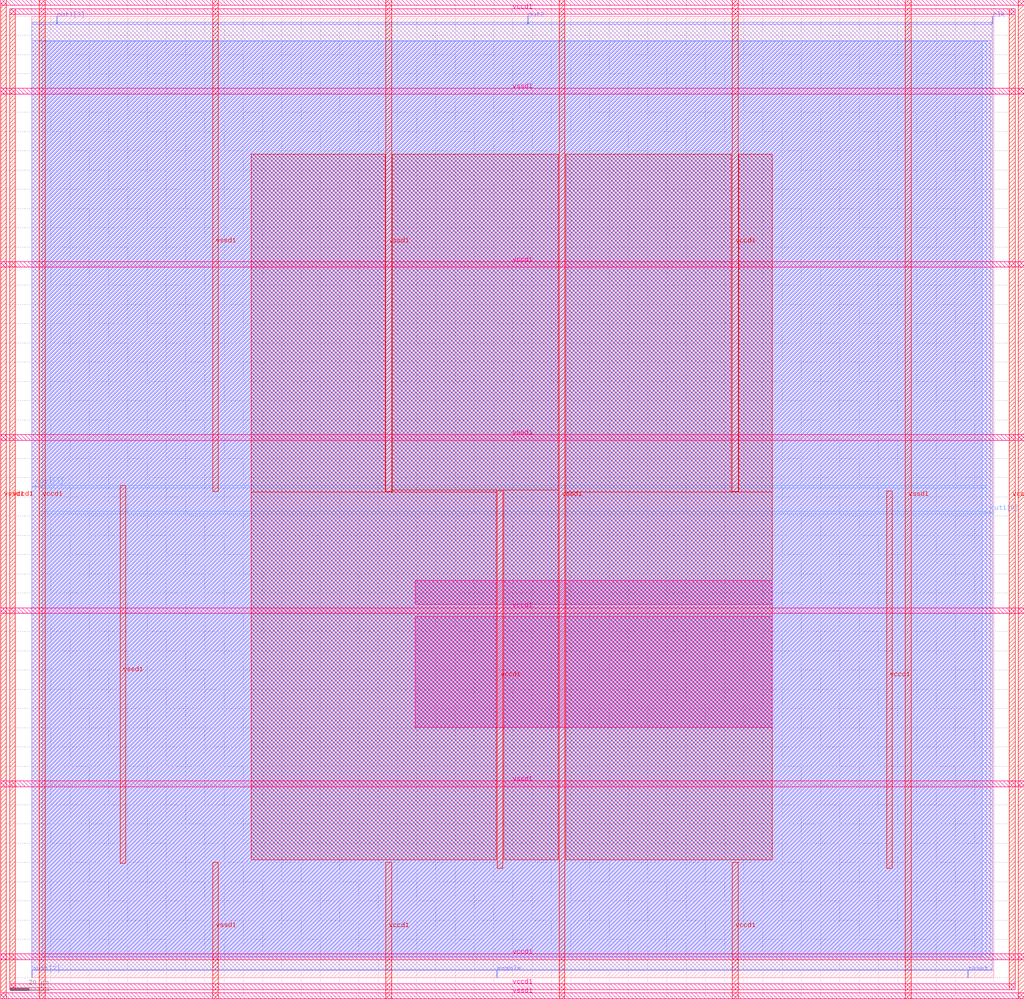
<source format=lef>
VERSION 5.7 ;
  NOWIREEXTENSIONATPIN ON ;
  DIVIDERCHAR "/" ;
  BUSBITCHARS "[]" ;
MACRO core_cells
  CLASS BLOCK ;
  FOREIGN core_cells ;
  ORIGIN 0.000 0.000 ;
  SIZE 500.000 BY 500.000 ;
  PIN clk
    DIRECTION INPUT ;
    USE SIGNAL ;
    PORT
      LAYER met2 ;
        RECT 499.190 496.000 499.470 500.000 ;
    END
  END clk
  PIN enable
    DIRECTION INPUT ;
    USE SIGNAL ;
    PORT
      LAYER met2 ;
        RECT 241.590 0.000 241.870 4.000 ;
    END
  END enable
  PIN out1[0]
    DIRECTION OUTPUT TRISTATE ;
    USE SIGNAL ;
    PORT
      LAYER met3 ;
        RECT 496.000 241.440 500.000 242.040 ;
    END
  END out1[0]
  PIN out1[1]
    DIRECTION OUTPUT TRISTATE ;
    USE SIGNAL ;
    PORT
      LAYER met3 ;
        RECT 0.000 255.040 4.000 255.640 ;
    END
  END out1[1]
  PIN out1[2]
    DIRECTION OUTPUT TRISTATE ;
    USE SIGNAL ;
    PORT
      LAYER met2 ;
        RECT 0.090 0.000 0.370 4.000 ;
    END
  END out1[2]
  PIN out1[3]
    DIRECTION OUTPUT TRISTATE ;
    USE SIGNAL ;
    PORT
      LAYER met2 ;
        RECT 12.970 496.000 13.250 500.000 ;
    END
  END out1[3]
  PIN out2
    DIRECTION OUTPUT TRISTATE ;
    USE SIGNAL ;
    PORT
      LAYER met2 ;
        RECT 257.690 496.000 257.970 500.000 ;
    END
  END out2
  PIN reset
    DIRECTION INPUT ;
    USE SIGNAL ;
    PORT
      LAYER met2 ;
        RECT 486.310 0.000 486.590 4.000 ;
    END
  END reset
  PIN vccd1
    DIRECTION INOUT ;
    USE POWER ;
    PORT
      LAYER met4 ;
        RECT -11.480 -6.120 -8.480 503.880 ;
    END
    PORT
      LAYER met5 ;
        RECT -11.480 -6.120 511.040 -3.120 ;
    END
    PORT
      LAYER met5 ;
        RECT -11.480 500.880 511.040 503.880 ;
    END
    PORT
      LAYER met4 ;
        RECT 508.040 -6.120 511.040 503.880 ;
    END
    PORT
      LAYER met4 ;
        RECT 4.020 -10.820 7.020 508.580 ;
    END
    PORT
      LAYER met4 ;
        RECT 184.020 -10.820 187.020 60.000 ;
    END
    PORT
      LAYER met4 ;
        RECT 184.020 252.940 187.020 508.580 ;
    END
    PORT
      LAYER met4 ;
        RECT 364.020 -10.820 367.020 60.000 ;
    END
    PORT
      LAYER met4 ;
        RECT 364.020 252.940 367.020 508.580 ;
    END
    PORT
      LAYER met5 ;
        RECT -16.180 9.380 515.740 12.380 ;
    END
    PORT
      LAYER met5 ;
        RECT -16.180 189.380 515.740 192.380 ;
    END
    PORT
      LAYER met5 ;
        RECT -16.180 369.380 515.740 372.380 ;
    END
    PORT
      LAYER met4 ;
        RECT 241.840 56.880 244.840 253.200 ;
    END
    PORT
      LAYER met4 ;
        RECT 444.240 56.880 447.240 253.200 ;
    END
  END vccd1
  PIN vssd1
    DIRECTION INOUT ;
    USE GROUND ;
    PORT
      LAYER met4 ;
        RECT -16.180 -10.820 -13.180 508.580 ;
    END
    PORT
      LAYER met5 ;
        RECT -16.180 -10.820 515.740 -7.820 ;
    END
    PORT
      LAYER met5 ;
        RECT -16.180 505.580 515.740 508.580 ;
    END
    PORT
      LAYER met4 ;
        RECT 512.740 -10.820 515.740 508.580 ;
    END
    PORT
      LAYER met4 ;
        RECT 94.020 -10.820 97.020 60.000 ;
    END
    PORT
      LAYER met4 ;
        RECT 94.020 252.940 97.020 508.580 ;
    END
    PORT
      LAYER met4 ;
        RECT 274.020 -10.820 277.020 508.580 ;
    END
    PORT
      LAYER met4 ;
        RECT 454.020 -10.820 457.020 508.580 ;
    END
    PORT
      LAYER met5 ;
        RECT -16.180 99.380 515.740 102.380 ;
    END
    PORT
      LAYER met5 ;
        RECT -16.180 279.380 515.740 282.380 ;
    END
    PORT
      LAYER met5 ;
        RECT -16.180 459.380 515.740 462.380 ;
    END
    PORT
      LAYER met4 ;
        RECT 45.880 59.600 48.880 255.920 ;
    END
  END vssd1
  OBS
      LAYER li1 ;
        RECT 5.520 10.795 494.040 486.965 ;
      LAYER met1 ;
        RECT 0.070 10.640 498.110 487.120 ;
      LAYER met2 ;
        RECT 0.100 495.720 12.690 496.810 ;
        RECT 13.530 495.720 257.410 496.810 ;
        RECT 258.250 495.720 498.910 496.810 ;
        RECT 0.100 4.280 499.190 495.720 ;
        RECT 0.650 4.000 241.310 4.280 ;
        RECT 242.150 4.000 486.030 4.280 ;
        RECT 486.870 4.000 499.190 4.280 ;
      LAYER met3 ;
        RECT 4.000 256.040 496.000 487.045 ;
        RECT 4.400 254.640 496.000 256.040 ;
        RECT 4.000 242.440 496.000 254.640 ;
        RECT 4.000 241.040 495.600 242.440 ;
        RECT 4.000 10.715 496.000 241.040 ;
      LAYER met4 ;
        RECT 114.150 252.540 183.620 428.225 ;
        RECT 187.420 253.600 273.620 428.225 ;
        RECT 187.420 252.540 241.440 253.600 ;
        RECT 114.150 61.375 241.440 252.540 ;
        RECT 245.240 61.375 273.620 253.600 ;
        RECT 277.420 252.540 363.620 428.225 ;
        RECT 367.420 252.540 384.690 428.225 ;
        RECT 277.420 61.375 384.690 252.540 ;
      LAYER met5 ;
        RECT 199.300 193.980 384.900 206.500 ;
        RECT 199.300 130.100 384.900 187.780 ;
  END
END core_cells
END LIBRARY


</source>
